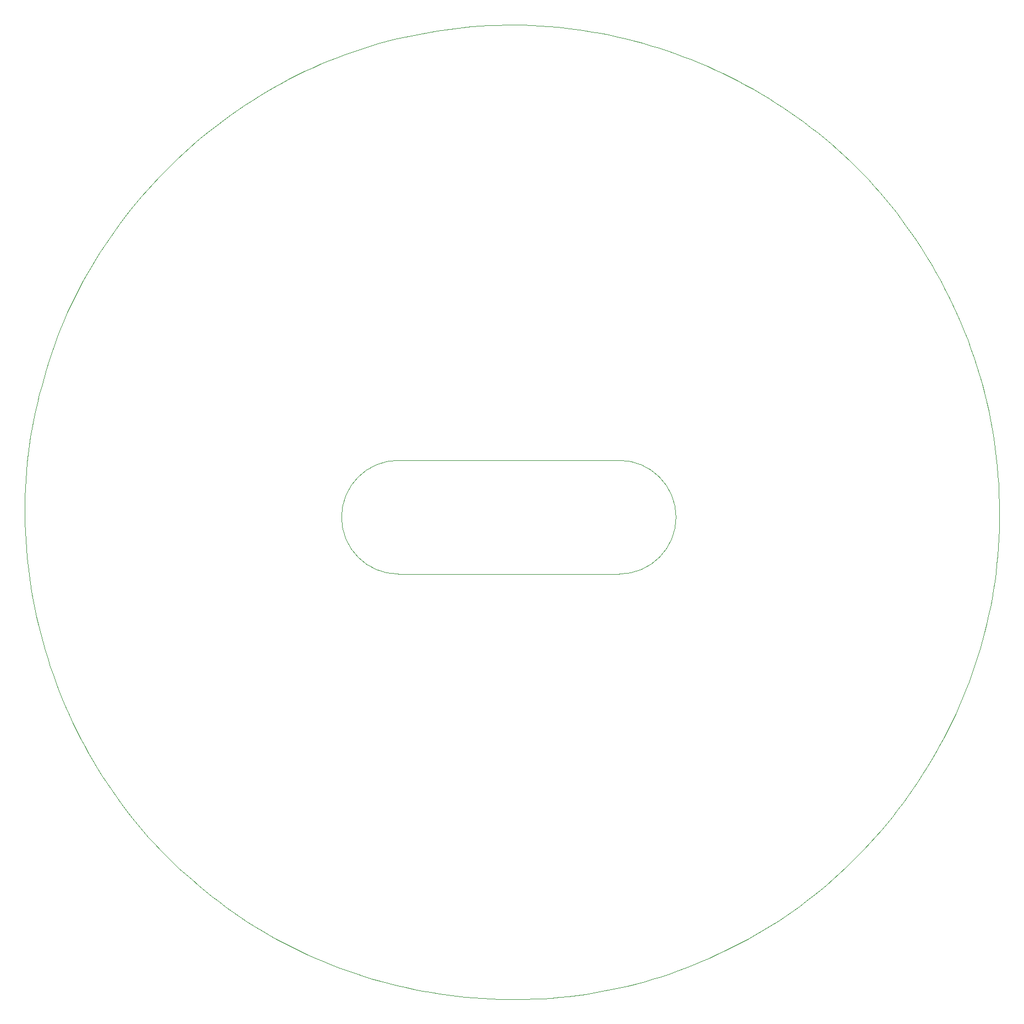
<source format=gbr>
%TF.GenerationSoftware,KiCad,Pcbnew,(5.1.10-1-10_14)*%
%TF.CreationDate,2021-10-01T16:25:32+02:00*%
%TF.ProjectId,Launchpad,4c61756e-6368-4706-9164-2e6b69636164,rev?*%
%TF.SameCoordinates,Original*%
%TF.FileFunction,Profile,NP*%
%FSLAX46Y46*%
G04 Gerber Fmt 4.6, Leading zero omitted, Abs format (unit mm)*
G04 Created by KiCad (PCBNEW (5.1.10-1-10_14)) date 2021-10-01 16:25:32*
%MOMM*%
%LPD*%
G01*
G04 APERTURE LIST*
%TA.AperFunction,Profile*%
%ADD10C,0.050000*%
%TD*%
%TA.AperFunction,Profile*%
%ADD11C,0.100000*%
%TD*%
G04 APERTURE END LIST*
D10*
X90000000Y-109500000D02*
G75*
G02*
X90000000Y-92000000I0J8750000D01*
G01*
X124000000Y-92000000D02*
G75*
G02*
X124000000Y-109500000I0J-8750000D01*
G01*
X90000000Y-92000000D02*
X124000000Y-92000000D01*
X90000000Y-109500000D02*
X124000000Y-109500000D01*
D11*
%TO.C,X1*%
X182500000Y-100000000D02*
X182502000Y-101338500D01*
X182502000Y-101338500D02*
X182478000Y-102675400D01*
X182478000Y-102675400D02*
X182428000Y-104010400D01*
X182428000Y-104010400D02*
X182352000Y-105343100D01*
X182352000Y-105343100D02*
X182251000Y-106673100D01*
X182251000Y-106673100D02*
X182124000Y-108000200D01*
X182124000Y-108000200D02*
X181972000Y-109323900D01*
X181972000Y-109323900D02*
X181796000Y-110644000D01*
X181796000Y-110644000D02*
X181595000Y-111960000D01*
X181595000Y-111960000D02*
X181369000Y-113271700D01*
X181369000Y-113271700D02*
X181120000Y-114578600D01*
X181120000Y-114578600D02*
X180846000Y-115880500D01*
X180846000Y-115880500D02*
X180549000Y-117177000D01*
X180549000Y-117177000D02*
X180228000Y-118467800D01*
X180228000Y-118467800D02*
X179884000Y-119752400D01*
X179884000Y-119752400D02*
X179517000Y-121030600D01*
X179517000Y-121030600D02*
X179126000Y-122302000D01*
X179126000Y-122302000D02*
X178714000Y-123566300D01*
X178714000Y-123566300D02*
X178279000Y-124823100D01*
X178279000Y-124823100D02*
X177821000Y-126072000D01*
X177821000Y-126072000D02*
X177342000Y-127313000D01*
X177342000Y-127313000D02*
X176841000Y-128545000D01*
X176841000Y-128545000D02*
X176319000Y-129768000D01*
X176319000Y-129768000D02*
X175775000Y-130983000D01*
X175775000Y-130983000D02*
X175210000Y-132187000D01*
X175210000Y-132187000D02*
X174624000Y-133382000D01*
X174624000Y-133382000D02*
X174018000Y-134566000D01*
X174018000Y-134566000D02*
X173391000Y-135740000D01*
X173391000Y-135740000D02*
X172744000Y-136903000D01*
X172744000Y-136903000D02*
X172077000Y-138055000D01*
X172077000Y-138055000D02*
X171390000Y-139195000D01*
X171390000Y-139195000D02*
X170684000Y-140323000D01*
X170684000Y-140323000D02*
X169958000Y-141439000D01*
X169958000Y-141439000D02*
X169213000Y-142542000D01*
X169213000Y-142542000D02*
X168450000Y-143632000D01*
X168450000Y-143632000D02*
X167668000Y-144708000D01*
X167668000Y-144708000D02*
X166867000Y-145771000D01*
X166867000Y-145771000D02*
X166048000Y-146820000D01*
X166048000Y-146820000D02*
X165211000Y-147855000D01*
X165211000Y-147855000D02*
X164357000Y-148874000D01*
X164357000Y-148874000D02*
X163484000Y-149879000D01*
X163484000Y-149879000D02*
X162595000Y-150868000D01*
X162595000Y-150868000D02*
X161688000Y-151842000D01*
X161688000Y-151842000D02*
X160765000Y-152799000D01*
X160765000Y-152799000D02*
X159824000Y-153740000D01*
X159824000Y-153740000D02*
X158868000Y-154664000D01*
X158868000Y-154664000D02*
X157895000Y-155570000D01*
X157895000Y-155570000D02*
X156906000Y-156460000D01*
X156906000Y-156460000D02*
X155902000Y-157331000D01*
X155902000Y-157331000D02*
X154881000Y-158184000D01*
X154881000Y-158184000D02*
X153846000Y-159019000D01*
X153846000Y-159019000D02*
X152795000Y-159835000D01*
X152795000Y-159835000D02*
X151730000Y-160631000D01*
X151730000Y-160631000D02*
X150649000Y-161408000D01*
X150649000Y-161408000D02*
X149555000Y-162165000D01*
X149555000Y-162165000D02*
X148446000Y-162902000D01*
X148446000Y-162902000D02*
X147323000Y-163618000D01*
X147323000Y-163618000D02*
X146186000Y-164313000D01*
X146186000Y-164313000D02*
X145036000Y-164987000D01*
X145036000Y-164987000D02*
X143872000Y-165639000D01*
X143872000Y-165639000D02*
X142695000Y-166269000D01*
X142695000Y-166269000D02*
X141506000Y-166876000D01*
X141506000Y-166876000D02*
X140303000Y-167461000D01*
X140303000Y-167461000D02*
X139088000Y-168023000D01*
X139088000Y-168023000D02*
X137878000Y-168588000D01*
X137878000Y-168588000D02*
X136657000Y-169128000D01*
X136657000Y-169128000D02*
X135428000Y-169644000D01*
X135428000Y-169644000D02*
X134190000Y-170135000D01*
X134190000Y-170135000D02*
X132943000Y-170603000D01*
X132943000Y-170603000D02*
X131688900Y-171047000D01*
X131688900Y-171047000D02*
X130427000Y-171466000D01*
X130427000Y-171466000D02*
X129157900Y-171861000D01*
X129157900Y-171861000D02*
X127882200Y-172233000D01*
X127882200Y-172233000D02*
X126600200Y-172581000D01*
X126600200Y-172581000D02*
X125312300Y-172905000D01*
X125312300Y-172905000D02*
X124018900Y-173205000D01*
X124018900Y-173205000D02*
X122720400Y-173481000D01*
X122720400Y-173481000D02*
X121417200Y-173734000D01*
X121417200Y-173734000D02*
X120109700Y-173963000D01*
X120109700Y-173963000D02*
X118798400Y-174169000D01*
X118798400Y-174169000D02*
X117483700Y-174351000D01*
X117483700Y-174351000D02*
X116165800Y-174510000D01*
X116165800Y-174510000D02*
X114845300Y-174645000D01*
X114845300Y-174645000D02*
X113522600Y-174757000D01*
X113522600Y-174757000D02*
X112198000Y-174846000D01*
X112198000Y-174846000D02*
X110871900Y-174911000D01*
X110871900Y-174911000D02*
X109544900Y-174953000D01*
X109544900Y-174953000D02*
X108217100Y-174973000D01*
X108217100Y-174973000D02*
X106889200Y-174969000D01*
X106889200Y-174969000D02*
X105561400Y-174942000D01*
X105561400Y-174942000D02*
X104234300Y-174892000D01*
X104234300Y-174892000D02*
X102908100Y-174819000D01*
X102908100Y-174819000D02*
X101583300Y-174724000D01*
X101583300Y-174724000D02*
X100260300Y-174606000D01*
X100260300Y-174606000D02*
X98939400Y-174465000D01*
X98939400Y-174465000D02*
X97621200Y-174301000D01*
X97621200Y-174301000D02*
X96306000Y-174114000D01*
X96306000Y-174114000D02*
X94994300Y-173905000D01*
X94994300Y-173905000D02*
X93686300Y-173674000D01*
X93686300Y-173674000D02*
X92382500Y-173420000D01*
X92382500Y-173420000D02*
X91083400Y-173144000D01*
X91083400Y-173144000D02*
X89789300Y-172845000D01*
X89789300Y-172845000D02*
X88500700Y-172524000D01*
X88500700Y-172524000D02*
X87217900Y-172181000D01*
X87217900Y-172181000D02*
X85941300Y-171815000D01*
X85941300Y-171815000D02*
X84671400Y-171428000D01*
X84671400Y-171428000D02*
X83408500Y-171018000D01*
X83408500Y-171018000D02*
X82153200Y-170586000D01*
X82153200Y-170586000D02*
X80905600Y-170132000D01*
X80905600Y-170132000D02*
X79666400Y-169657000D01*
X79666400Y-169657000D02*
X78435800Y-169159000D01*
X78435800Y-169159000D02*
X77214300Y-168640000D01*
X77214300Y-168640000D02*
X76002200Y-168099000D01*
X76002200Y-168099000D02*
X74800100Y-167536000D01*
X74800100Y-167536000D02*
X73608200Y-166951000D01*
X73608200Y-166951000D02*
X72427100Y-166345000D01*
X72427100Y-166345000D02*
X71257000Y-165718000D01*
X71257000Y-165718000D02*
X70098500Y-165068000D01*
X70098500Y-165068000D02*
X68951800Y-164398000D01*
X68951800Y-164398000D02*
X67817500Y-163706000D01*
X67817500Y-163706000D02*
X66695900Y-162992000D01*
X66695900Y-162992000D02*
X65587400Y-162258000D01*
X65587400Y-162258000D02*
X64492500Y-161502000D01*
X64492500Y-161502000D02*
X63411500Y-160725000D01*
X63411500Y-160725000D02*
X62344800Y-159927000D01*
X62344800Y-159927000D02*
X61292900Y-159108000D01*
X61292900Y-159108000D02*
X60256100Y-158267000D01*
X60256100Y-158267000D02*
X59234900Y-157406000D01*
X59234900Y-157406000D02*
X58211100Y-156548000D01*
X58211100Y-156548000D02*
X57205300Y-155671000D01*
X57205300Y-155671000D02*
X56217600Y-154775000D01*
X56217600Y-154775000D02*
X55248100Y-153862000D01*
X55248100Y-153862000D02*
X54297000Y-152930000D01*
X54297000Y-152930000D02*
X53364300Y-151981000D01*
X53364300Y-151981000D02*
X52450300Y-151015000D01*
X52450300Y-151015000D02*
X51554900Y-150033000D01*
X51554900Y-150033000D02*
X50678400Y-149034000D01*
X50678400Y-149034000D02*
X49820900Y-148020000D01*
X49820900Y-148020000D02*
X48982400Y-146990000D01*
X48982400Y-146990000D02*
X48163200Y-145945000D01*
X48163200Y-145945000D02*
X47363200Y-144886000D01*
X47363200Y-144886000D02*
X46582800Y-143812000D01*
X46582800Y-143812000D02*
X45821900Y-142724000D01*
X45821900Y-142724000D02*
X45080600Y-141623000D01*
X45080600Y-141623000D02*
X44359200Y-140509000D01*
X44359200Y-140509000D02*
X43657800Y-139382000D01*
X43657800Y-139382000D02*
X42976400Y-138243000D01*
X42976400Y-138243000D02*
X42315170Y-137092000D01*
X42315170Y-137092000D02*
X41674260Y-135929000D01*
X41674260Y-135929000D02*
X41053790Y-134755000D01*
X41053790Y-134755000D02*
X40453860Y-133571000D01*
X40453860Y-133571000D02*
X39874610Y-132376000D01*
X39874610Y-132376000D02*
X39316160Y-131171000D01*
X39316160Y-131171000D02*
X38778620Y-129957000D01*
X38778620Y-129957000D02*
X38262120Y-128733000D01*
X38262120Y-128733000D02*
X37766790Y-127501000D01*
X37766790Y-127501000D02*
X37292750Y-126260000D01*
X37292750Y-126260000D02*
X36840110Y-125011000D01*
X36840110Y-125011000D02*
X36409000Y-123754900D01*
X36409000Y-123754900D02*
X35999550Y-122491200D01*
X35999550Y-122491200D02*
X35611870Y-121220700D01*
X35611870Y-121220700D02*
X35246090Y-119943800D01*
X35246090Y-119943800D02*
X34902340Y-118660700D01*
X34902340Y-118660700D02*
X34580720Y-117372000D01*
X34580720Y-117372000D02*
X34281370Y-116078000D01*
X34281370Y-116078000D02*
X34004410Y-114779100D01*
X34004410Y-114779100D02*
X33749960Y-113475600D01*
X33749960Y-113475600D02*
X33518140Y-112168100D01*
X33518140Y-112168100D02*
X33309079Y-110856800D01*
X33309079Y-110856800D02*
X33122893Y-109542200D01*
X33122893Y-109542200D02*
X32959708Y-108224600D01*
X32959708Y-108224600D02*
X32819646Y-106904400D01*
X32819646Y-106904400D02*
X32702828Y-105582100D01*
X32702828Y-105582100D02*
X32609378Y-104258000D01*
X32609378Y-104258000D02*
X32539418Y-102932500D01*
X32539418Y-102932500D02*
X32493070Y-101605900D01*
X32493070Y-101605900D02*
X32470456Y-100278800D01*
X32470456Y-100278800D02*
X32471700Y-98951400D01*
X32471700Y-98951400D02*
X32496924Y-97624200D01*
X32496924Y-97624200D02*
X32546249Y-96297500D01*
X32546249Y-96297500D02*
X32619799Y-94971800D01*
X32619799Y-94971800D02*
X32717696Y-93647400D01*
X32717696Y-93647400D02*
X32840062Y-92324700D01*
X32840062Y-92324700D02*
X32987019Y-91004100D01*
X32987019Y-91004100D02*
X33158691Y-89686000D01*
X33158691Y-89686000D02*
X33355200Y-88370800D01*
X33355200Y-88370800D02*
X33576670Y-87058900D01*
X33576670Y-87058900D02*
X33823220Y-85750700D01*
X33823220Y-85750700D02*
X34094970Y-84446400D01*
X34094970Y-84446400D02*
X34392050Y-83146700D01*
X34392050Y-83146700D02*
X34714580Y-81851800D01*
X34714580Y-81851800D02*
X35062680Y-80562000D01*
X35062680Y-80562000D02*
X35407630Y-79268700D01*
X35407630Y-79268700D02*
X35777440Y-77983800D01*
X35777440Y-77983800D02*
X36171800Y-76707400D01*
X36171800Y-76707400D02*
X36590410Y-75439900D01*
X36590410Y-75439900D02*
X37032960Y-74181500D01*
X37032960Y-74181500D02*
X37499150Y-72932600D01*
X37499150Y-72932600D02*
X37988690Y-71693400D01*
X37988690Y-71693400D02*
X38501250Y-70464200D01*
X38501250Y-70464200D02*
X39036550Y-69245300D01*
X39036550Y-69245300D02*
X39594280Y-68036900D01*
X39594280Y-68036900D02*
X40174140Y-66839300D01*
X40174140Y-66839300D02*
X40775820Y-65652800D01*
X40775820Y-65652800D02*
X41399020Y-64477700D01*
X41399020Y-64477700D02*
X42043440Y-63314200D01*
X42043440Y-63314200D02*
X42708800Y-62162600D01*
X42708800Y-62162600D02*
X43394700Y-61023300D01*
X43394700Y-61023300D02*
X44101000Y-59896400D01*
X44101000Y-59896400D02*
X44827200Y-58782300D01*
X44827200Y-58782300D02*
X45573200Y-57681200D01*
X45573200Y-57681200D02*
X46338600Y-56593500D01*
X46338600Y-56593500D02*
X47123000Y-55519300D01*
X47123000Y-55519300D02*
X47926300Y-54459000D01*
X47926300Y-54459000D02*
X48748000Y-53412800D01*
X48748000Y-53412800D02*
X49588000Y-52381000D01*
X49588000Y-52381000D02*
X50445800Y-51364000D01*
X50445800Y-51364000D02*
X51321200Y-50361900D01*
X51321200Y-50361900D02*
X52213800Y-49375000D01*
X52213800Y-49375000D02*
X53123500Y-48403700D01*
X53123500Y-48403700D02*
X54049800Y-47448200D01*
X54049800Y-47448200D02*
X54992500Y-46508800D01*
X54992500Y-46508800D02*
X55951300Y-45585700D01*
X55951300Y-45585700D02*
X56925800Y-44679300D01*
X56925800Y-44679300D02*
X57915800Y-43789800D01*
X57915800Y-43789800D02*
X58920900Y-42917400D01*
X58920900Y-42917400D02*
X59940900Y-42062600D01*
X59940900Y-42062600D02*
X60975500Y-41225400D01*
X60975500Y-41225400D02*
X62024300Y-40406300D01*
X62024300Y-40406300D02*
X63087000Y-39605500D01*
X63087000Y-39605500D02*
X64163400Y-38823300D01*
X64163400Y-38823300D02*
X65253100Y-38059900D01*
X65253100Y-38059900D02*
X66355900Y-37315700D01*
X66355900Y-37315700D02*
X67471400Y-36590800D01*
X67471400Y-36590800D02*
X68599300Y-35885600D01*
X68599300Y-35885600D02*
X69739400Y-35200400D01*
X69739400Y-35200400D02*
X70891200Y-34535450D01*
X70891200Y-34535450D02*
X72054600Y-33890990D01*
X72054600Y-33890990D02*
X73229300Y-33267320D01*
X73229300Y-33267320D02*
X74414800Y-32664710D01*
X74414800Y-32664710D02*
X75611000Y-32083450D01*
X75611000Y-32083450D02*
X76817400Y-31523810D01*
X76817400Y-31523810D02*
X78033900Y-30986060D01*
X78033900Y-30986060D02*
X79260000Y-30470490D01*
X79260000Y-30470490D02*
X80495600Y-29977380D01*
X80495600Y-29977380D02*
X81740300Y-29506990D01*
X81740300Y-29506990D02*
X82993700Y-29059610D01*
X82993700Y-29059610D02*
X84255700Y-28635510D01*
X84255700Y-28635510D02*
X85525800Y-28234970D01*
X85525800Y-28234970D02*
X86803900Y-27858260D01*
X86803900Y-27858260D02*
X88089500Y-27505670D01*
X88089500Y-27505670D02*
X89382400Y-27177470D01*
X89382400Y-27177470D02*
X90682200Y-26873940D01*
X90682200Y-26873940D02*
X91988800Y-26595360D01*
X91988800Y-26595360D02*
X93301700Y-26341990D01*
X93301700Y-26341990D02*
X94620700Y-26114130D01*
X94620700Y-26114130D02*
X95936300Y-25882820D01*
X95936300Y-25882820D02*
X97254900Y-25677449D01*
X97254900Y-25677449D02*
X98576000Y-25497856D01*
X98576000Y-25497856D02*
X99899300Y-25343885D01*
X99899300Y-25343885D02*
X101224400Y-25215377D01*
X101224400Y-25215377D02*
X102550900Y-25112178D01*
X102550900Y-25112178D02*
X103878400Y-25034129D01*
X103878400Y-25034129D02*
X105206500Y-24981074D01*
X105206500Y-24981074D02*
X106535000Y-24952857D01*
X106535000Y-24952857D02*
X107863300Y-24949321D01*
X107863300Y-24949321D02*
X109191100Y-24970309D01*
X109191100Y-24970309D02*
X110518100Y-25015663D01*
X110518100Y-25015663D02*
X111843900Y-25085229D01*
X111843900Y-25085229D02*
X113168000Y-25178848D01*
X113168000Y-25178848D02*
X114490200Y-25296364D01*
X114490200Y-25296364D02*
X115810000Y-25437620D01*
X115810000Y-25437620D02*
X117127100Y-25602460D01*
X117127100Y-25602460D02*
X118441000Y-25790726D01*
X118441000Y-25790726D02*
X119751500Y-26002260D01*
X119751500Y-26002260D02*
X121058100Y-26236910D01*
X121058100Y-26236910D02*
X122360400Y-26494520D01*
X122360400Y-26494520D02*
X123658100Y-26774930D01*
X123658100Y-26774930D02*
X124950800Y-27077970D01*
X124950800Y-27077970D02*
X126238100Y-27403510D01*
X126238100Y-27403510D02*
X127519700Y-27751370D01*
X127519700Y-27751370D02*
X128795100Y-28121410D01*
X128795100Y-28121410D02*
X130064100Y-28513470D01*
X130064100Y-28513470D02*
X131326100Y-28927380D01*
X131326100Y-28927380D02*
X132581000Y-29363000D01*
X132581000Y-29363000D02*
X133828000Y-29820160D01*
X133828000Y-29820160D02*
X135067000Y-30298710D01*
X135067000Y-30298710D02*
X136298000Y-30798490D01*
X136298000Y-30798490D02*
X137520000Y-31319350D01*
X137520000Y-31319350D02*
X138733000Y-31861130D01*
X138733000Y-31861130D02*
X139936000Y-32423670D01*
X139936000Y-32423670D02*
X141129000Y-33006810D01*
X141129000Y-33006810D02*
X142312000Y-33610410D01*
X142312000Y-33610410D02*
X143485000Y-34234290D01*
X143485000Y-34234290D02*
X144646000Y-34878310D01*
X144646000Y-34878310D02*
X145796000Y-35542300D01*
X145796000Y-35542300D02*
X146935000Y-36226100D01*
X146935000Y-36226100D02*
X148061000Y-36929600D01*
X148061000Y-36929600D02*
X149174000Y-37652600D01*
X149174000Y-37652600D02*
X150275000Y-38395000D01*
X150275000Y-38395000D02*
X151362000Y-39156500D01*
X151362000Y-39156500D02*
X152436000Y-39937100D01*
X152436000Y-39937100D02*
X153495000Y-40736500D01*
X153495000Y-40736500D02*
X154541000Y-41554700D01*
X154541000Y-41554700D02*
X155571000Y-42391500D01*
X155571000Y-42391500D02*
X156586000Y-43246600D01*
X156586000Y-43246600D02*
X157586000Y-44120100D01*
X157586000Y-44120100D02*
X158569000Y-45011600D01*
X158569000Y-45011600D02*
X159537000Y-45921000D01*
X159537000Y-45921000D02*
X160488000Y-46848300D01*
X160488000Y-46848300D02*
X161421000Y-47793100D01*
X161421000Y-47793100D02*
X162337000Y-48755500D01*
X162337000Y-48755500D02*
X163236000Y-49735100D01*
X163236000Y-49735100D02*
X164116000Y-50731900D01*
X164116000Y-50731900D02*
X164978000Y-51745700D01*
X164978000Y-51745700D02*
X165820000Y-52776400D01*
X165820000Y-52776400D02*
X166644000Y-53823700D01*
X166644000Y-53823700D02*
X167447000Y-54887600D01*
X167447000Y-54887600D02*
X168231000Y-55967800D01*
X168231000Y-55967800D02*
X168994000Y-57064300D01*
X168994000Y-57064300D02*
X169803000Y-58242900D01*
X169803000Y-58242900D02*
X170589000Y-59436900D01*
X170589000Y-59436900D02*
X171351000Y-60645900D01*
X171351000Y-60645900D02*
X172089000Y-61869200D01*
X172089000Y-61869200D02*
X172803000Y-63106400D01*
X172803000Y-63106400D02*
X173494000Y-64357100D01*
X173494000Y-64357100D02*
X174160000Y-65620700D01*
X174160000Y-65620700D02*
X174801000Y-66896800D01*
X174801000Y-66896800D02*
X175419000Y-68184900D01*
X175419000Y-68184900D02*
X176011000Y-69484500D01*
X176011000Y-69484500D02*
X176579000Y-70795000D01*
X176579000Y-70795000D02*
X177122000Y-72116100D01*
X177122000Y-72116100D02*
X177640000Y-73447300D01*
X177640000Y-73447300D02*
X178132000Y-74788000D01*
X178132000Y-74788000D02*
X178599000Y-76137700D01*
X178599000Y-76137700D02*
X179040000Y-77496100D01*
X179040000Y-77496100D02*
X179456000Y-78862500D01*
X179456000Y-78862500D02*
X179846000Y-80236500D01*
X179846000Y-80236500D02*
X180210000Y-81617700D01*
X180210000Y-81617700D02*
X180547000Y-83005500D01*
X180547000Y-83005500D02*
X180858000Y-84399400D01*
X180858000Y-84399400D02*
X181143000Y-85799100D01*
X181143000Y-85799100D02*
X181401000Y-87203900D01*
X181401000Y-87203900D02*
X181633000Y-88613300D01*
X181633000Y-88613300D02*
X181837000Y-90027000D01*
X181837000Y-90027000D02*
X182014000Y-91444500D01*
X182014000Y-91444500D02*
X182164000Y-92865100D01*
X182164000Y-92865100D02*
X182287000Y-94288500D01*
X182287000Y-94288500D02*
X182382000Y-95714200D01*
X182382000Y-95714200D02*
X182449000Y-97141700D01*
X182449000Y-97141700D02*
X182489000Y-98570400D01*
X182489000Y-98570400D02*
X182500000Y-100000000D01*
X182500000Y-100000000D02*
X182500000Y-100000000D01*
X182500000Y-100000000D02*
X182500000Y-100000000D01*
%TD*%
M02*

</source>
